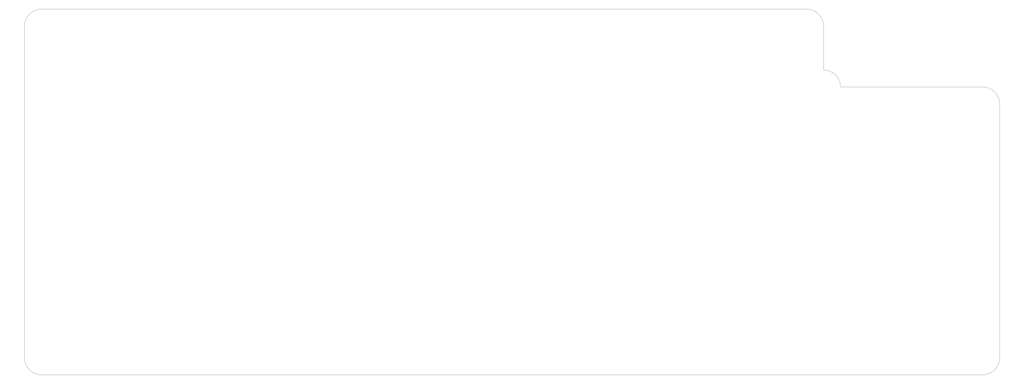
<source format=gm1>
G04 #@! TF.GenerationSoftware,KiCad,Pcbnew,(5.1.10)-1*
G04 #@! TF.CreationDate,2021-09-02T14:46:41+09:00*
G04 #@! TF.ProjectId,KiCAD,4b694341-442e-46b6-9963-61645f706362,rev?*
G04 #@! TF.SameCoordinates,Original*
G04 #@! TF.FileFunction,Profile,NP*
%FSLAX46Y46*%
G04 Gerber Fmt 4.6, Leading zero omitted, Abs format (unit mm)*
G04 Created by KiCad (PCBNEW (5.1.10)-1) date 2021-09-02 14:46:41*
%MOMM*%
%LPD*%
G01*
G04 APERTURE LIST*
G04 #@! TA.AperFunction,Profile*
%ADD10C,0.050000*%
G04 #@! TD*
G04 APERTURE END LIST*
D10*
X400050000Y-190500000D02*
X400050000Y-95250000D01*
X40640000Y-196850000D02*
X393700000Y-196850000D01*
X34290000Y-66040000D02*
X34290000Y-190500000D01*
X123190000Y-59690000D02*
X40640000Y-59690000D01*
X327660000Y-59690000D02*
X177800000Y-59690000D01*
X340360000Y-88900000D02*
X393700000Y-88900000D01*
X334010000Y-66040000D02*
X334010000Y-82550000D01*
X334010000Y-82550000D02*
G75*
G02*
X340360000Y-88900000I0J-6350000D01*
G01*
X327660000Y-59690000D02*
G75*
G02*
X334010000Y-66040000I0J-6350000D01*
G01*
X393700000Y-88900000D02*
G75*
G02*
X400050000Y-95250000I0J-6350000D01*
G01*
X400050000Y-190500000D02*
G75*
G02*
X393700000Y-196850000I-6350000J0D01*
G01*
X40640000Y-196850000D02*
G75*
G02*
X34290000Y-190500000I0J6350000D01*
G01*
X34290000Y-66040000D02*
G75*
G02*
X40640000Y-59690000I6350000J0D01*
G01*
X177800000Y-59690000D02*
X123190000Y-59690000D01*
M02*

</source>
